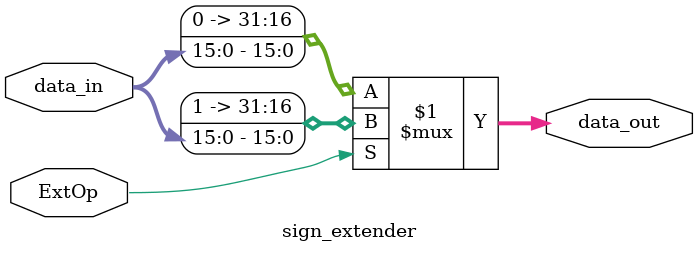
<source format=sv>
module sign_extender
(
	input [15:0] data_in,
	input logic ExtOp,
	output [31:0] data_out 
);

assign data_out = (ExtOp) ? {16'b1111111111111111, data_in} : 
							{16'b0000000000000000, data_in};

endmodule
</source>
